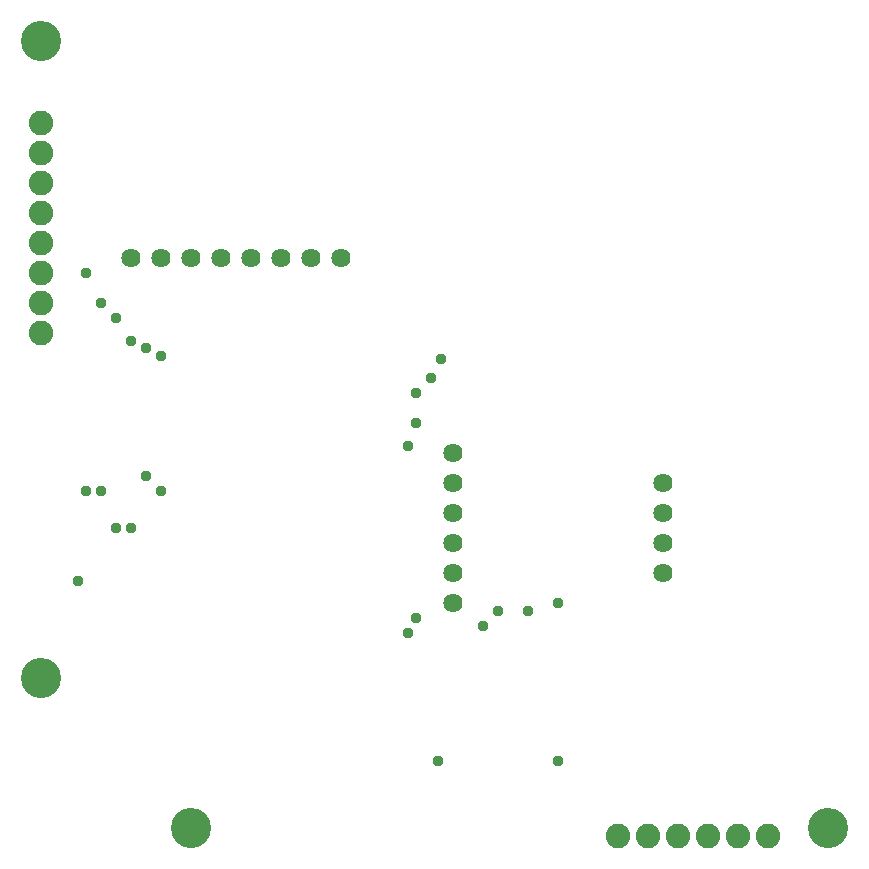
<source format=gbs>
G04 EAGLE Gerber RS-274X export*
G75*
%MOMM*%
%FSLAX34Y34*%
%LPD*%
%INBottom Solder Mask*%
%IPPOS*%
%AMOC8*
5,1,8,0,0,1.08239X$1,22.5*%
G01*
%ADD10C,1.625600*%
%ADD11C,3.403200*%
%ADD12C,2.082800*%
%ADD13C,0.959600*%


D10*
X108572Y521081D03*
X133972Y521081D03*
X159372Y521081D03*
X184772Y521081D03*
X210172Y521081D03*
X235572Y521081D03*
X260972Y521081D03*
X286372Y521081D03*
X381622Y355981D03*
X381622Y330581D03*
X381622Y305181D03*
X381622Y279781D03*
X381622Y254381D03*
X381622Y228981D03*
X559422Y254381D03*
X559422Y279781D03*
X559422Y305181D03*
X559422Y330581D03*
D11*
X32372Y705231D03*
X32372Y165481D03*
X159372Y38481D03*
X699122Y38481D03*
D12*
X32372Y457581D03*
X32372Y482981D03*
X32372Y508381D03*
X32372Y533781D03*
X32372Y559181D03*
X32372Y584581D03*
X32372Y609981D03*
X32372Y635381D03*
X521322Y32131D03*
X546722Y32131D03*
X572122Y32131D03*
X597522Y32131D03*
X622922Y32131D03*
X648322Y32131D03*
D13*
X349872Y216281D03*
X349646Y381381D03*
X121272Y444881D03*
X121272Y336931D03*
X64122Y248031D03*
X368922Y95631D03*
X470522Y95631D03*
X343522Y203581D03*
X343070Y362331D03*
X133972Y438531D03*
X133972Y324231D03*
X70472Y508381D03*
X70472Y324231D03*
X83172Y482981D03*
X83172Y324231D03*
X371462Y435991D03*
X95872Y292481D03*
X95872Y470281D03*
X362572Y419481D03*
X108572Y451231D03*
X108572Y292481D03*
X349872Y406781D03*
X407022Y209931D03*
X419722Y222631D03*
X445122Y222631D03*
X470522Y228981D03*
M02*

</source>
